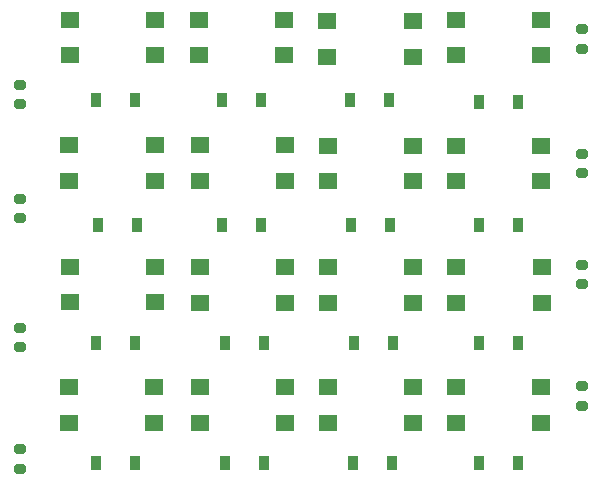
<source format=gbr>
%TF.GenerationSoftware,KiCad,Pcbnew,(6.0.10)*%
%TF.CreationDate,2023-08-09T19:07:30-05:00*%
%TF.ProjectId,Keypad,4b657970-6164-42e6-9b69-6361645f7063,rev?*%
%TF.SameCoordinates,Original*%
%TF.FileFunction,Paste,Top*%
%TF.FilePolarity,Positive*%
%FSLAX46Y46*%
G04 Gerber Fmt 4.6, Leading zero omitted, Abs format (unit mm)*
G04 Created by KiCad (PCBNEW (6.0.10)) date 2023-08-09 19:07:30*
%MOMM*%
%LPD*%
G01*
G04 APERTURE LIST*
G04 Aperture macros list*
%AMRoundRect*
0 Rectangle with rounded corners*
0 $1 Rounding radius*
0 $2 $3 $4 $5 $6 $7 $8 $9 X,Y pos of 4 corners*
0 Add a 4 corners polygon primitive as box body*
4,1,4,$2,$3,$4,$5,$6,$7,$8,$9,$2,$3,0*
0 Add four circle primitives for the rounded corners*
1,1,$1+$1,$2,$3*
1,1,$1+$1,$4,$5*
1,1,$1+$1,$6,$7*
1,1,$1+$1,$8,$9*
0 Add four rect primitives between the rounded corners*
20,1,$1+$1,$2,$3,$4,$5,0*
20,1,$1+$1,$4,$5,$6,$7,0*
20,1,$1+$1,$6,$7,$8,$9,0*
20,1,$1+$1,$8,$9,$2,$3,0*%
G04 Aperture macros list end*
%ADD10R,0.900000X1.200000*%
%ADD11RoundRect,0.200000X-0.275000X0.200000X-0.275000X-0.200000X0.275000X-0.200000X0.275000X0.200000X0*%
%ADD12R,1.600000X1.400000*%
G04 APERTURE END LIST*
D10*
%TO.C,D2*%
X119761000Y-67945000D03*
X123063000Y-67945000D03*
%TD*%
D11*
%TO.C,R1_330*%
X160782000Y-81598000D03*
X160782000Y-83248000D03*
%TD*%
D10*
%TO.C,D4*%
X119634000Y-88138000D03*
X122936000Y-88138000D03*
%TD*%
%TO.C,D15*%
X152019000Y-77978000D03*
X155321000Y-77978000D03*
%TD*%
D12*
%TO.C,SW10*%
X146475000Y-61238000D03*
X139275000Y-61238000D03*
X139275000Y-64238000D03*
X146475000Y-64238000D03*
%TD*%
%TO.C,SW2*%
X117348000Y-61214000D03*
X124548000Y-61214000D03*
X124548000Y-64214000D03*
X117348000Y-64214000D03*
%TD*%
D11*
%TO.C,R6_1K1*%
X113157000Y-65723000D03*
X113157000Y-67373000D03*
%TD*%
D12*
%TO.C,SW15*%
X150114000Y-71525000D03*
X157314000Y-71525000D03*
X150114000Y-74525000D03*
X157314000Y-74525000D03*
%TD*%
D10*
%TO.C,D9*%
X141097000Y-57404000D03*
X144399000Y-57404000D03*
%TD*%
D12*
%TO.C,SW14*%
X157270000Y-61238000D03*
X150070000Y-61238000D03*
X157270000Y-64238000D03*
X150070000Y-64238000D03*
%TD*%
%TO.C,SW8*%
X128397000Y-81685000D03*
X135597000Y-81685000D03*
X135597000Y-84685000D03*
X128397000Y-84685000D03*
%TD*%
D11*
%TO.C,R2_330*%
X160782000Y-71311000D03*
X160782000Y-72961000D03*
%TD*%
%TO.C,R3_330*%
X160782000Y-61913000D03*
X160782000Y-63563000D03*
%TD*%
D12*
%TO.C,SW7*%
X128397000Y-71525000D03*
X135597000Y-71525000D03*
X128397000Y-74525000D03*
X135597000Y-74525000D03*
%TD*%
D10*
%TO.C,D1*%
X119634000Y-57404000D03*
X122936000Y-57404000D03*
%TD*%
D12*
%TO.C,SW13*%
X157270000Y-50570000D03*
X150070000Y-50570000D03*
X150070000Y-53570000D03*
X157270000Y-53570000D03*
%TD*%
D10*
%TO.C,D13*%
X152019000Y-57531000D03*
X155321000Y-57531000D03*
%TD*%
D11*
%TO.C,R5_1K1*%
X113157000Y-56071000D03*
X113157000Y-57721000D03*
%TD*%
D10*
%TO.C,D7*%
X130556000Y-77978000D03*
X133858000Y-77978000D03*
%TD*%
%TO.C,D5*%
X130302000Y-57404000D03*
X133604000Y-57404000D03*
%TD*%
D12*
%TO.C,SW6*%
X135597000Y-61214000D03*
X128397000Y-61214000D03*
X135597000Y-64214000D03*
X128397000Y-64214000D03*
%TD*%
D10*
%TO.C,D3*%
X119634000Y-77978000D03*
X122936000Y-77978000D03*
%TD*%
%TO.C,D12*%
X141351000Y-88138000D03*
X144653000Y-88138000D03*
%TD*%
%TO.C,D16*%
X152019000Y-88138000D03*
X155321000Y-88138000D03*
%TD*%
%TO.C,D6*%
X130302000Y-67945000D03*
X133604000Y-67945000D03*
%TD*%
D12*
%TO.C,SW11*%
X146475000Y-71525000D03*
X139275000Y-71525000D03*
X139275000Y-74525000D03*
X146475000Y-74525000D03*
%TD*%
%TO.C,SW12*%
X139275000Y-81685000D03*
X146475000Y-81685000D03*
X139275000Y-84685000D03*
X146475000Y-84685000D03*
%TD*%
%TO.C,SW5*%
X135553000Y-50594000D03*
X128353000Y-50594000D03*
X128353000Y-53594000D03*
X135553000Y-53594000D03*
%TD*%
%TO.C,SW9*%
X146392000Y-50697000D03*
X139192000Y-50697000D03*
X146392000Y-53697000D03*
X139192000Y-53697000D03*
%TD*%
D11*
%TO.C,R7_1K1*%
X113157000Y-76645000D03*
X113157000Y-78295000D03*
%TD*%
D12*
%TO.C,SW16*%
X157270000Y-81685000D03*
X150070000Y-81685000D03*
X150070000Y-84685000D03*
X157270000Y-84685000D03*
%TD*%
D10*
%TO.C,D10*%
X141224000Y-67945000D03*
X144526000Y-67945000D03*
%TD*%
%TO.C,D8*%
X130556000Y-88138000D03*
X133858000Y-88138000D03*
%TD*%
D11*
%TO.C,R4_330*%
X160782000Y-51372000D03*
X160782000Y-53022000D03*
%TD*%
%TO.C,R8_1K1*%
X113157000Y-86932000D03*
X113157000Y-88582000D03*
%TD*%
D10*
%TO.C,D11*%
X141478000Y-77978000D03*
X144780000Y-77978000D03*
%TD*%
D12*
%TO.C,SW1*%
X124587000Y-50594000D03*
X117387000Y-50594000D03*
X117387000Y-53594000D03*
X124587000Y-53594000D03*
%TD*%
D10*
%TO.C,D14*%
X152019000Y-67945000D03*
X155321000Y-67945000D03*
%TD*%
D12*
%TO.C,SW3*%
X117387000Y-71501000D03*
X124587000Y-71501000D03*
X124587000Y-74501000D03*
X117387000Y-74501000D03*
%TD*%
%TO.C,SW4*%
X117304000Y-81685000D03*
X124504000Y-81685000D03*
X117304000Y-84685000D03*
X124504000Y-84685000D03*
%TD*%
M02*

</source>
